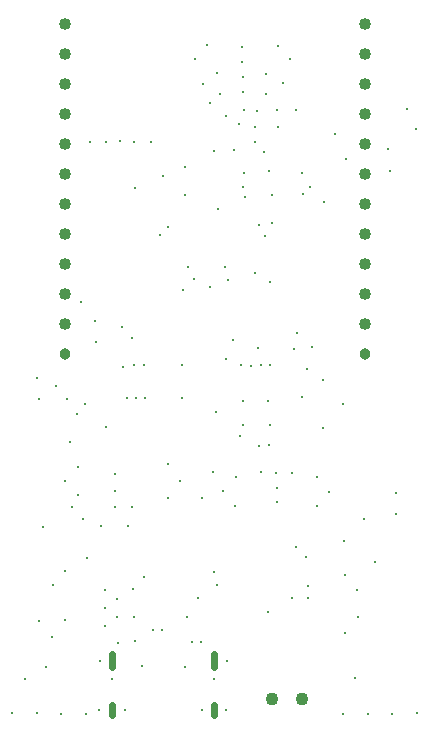
<source format=gbr>
%TF.GenerationSoftware,KiCad,Pcbnew,9.0.0*%
%TF.CreationDate,2025-04-24T13:44:51+03:00*%
%TF.ProjectId,ESP32_BOARD,45535033-325f-4424-9f41-52442e6b6963,1.0*%
%TF.SameCoordinates,Original*%
%TF.FileFunction,Plated,1,4,PTH,Mixed*%
%TF.FilePolarity,Positive*%
%FSLAX46Y46*%
G04 Gerber Fmt 4.6, Leading zero omitted, Abs format (unit mm)*
G04 Created by KiCad (PCBNEW 9.0.0) date 2025-04-24 13:44:51*
%MOMM*%
%LPD*%
G01*
G04 APERTURE LIST*
%TA.AperFunction,ViaDrill*%
%ADD10C,0.300000*%
%TD*%
G04 aperture for slot hole*
%TA.AperFunction,ComponentDrill*%
%ADD11C,0.600000*%
%TD*%
%TA.AperFunction,ComponentDrill*%
%ADD12C,0.965200*%
%TD*%
%TA.AperFunction,ComponentDrill*%
%ADD13C,1.016000*%
%TD*%
%TA.AperFunction,ComponentDrill*%
%ADD14C,1.100000*%
%TD*%
G04 APERTURE END LIST*
D10*
X78270000Y-153070000D03*
X79330000Y-150140000D03*
X80370000Y-153070000D03*
X80413000Y-124650000D03*
X80520000Y-126440000D03*
X80550000Y-145220000D03*
X80930000Y-137280000D03*
X81110000Y-149140000D03*
X81660000Y-146600000D03*
X81710000Y-142190000D03*
X82000000Y-125380000D03*
X82430000Y-153080000D03*
X82739822Y-145203186D03*
X82740000Y-141010000D03*
X82790000Y-133390000D03*
X82930000Y-126430000D03*
X83190000Y-130060000D03*
X83350000Y-135600000D03*
X83800000Y-127760000D03*
X83895000Y-132210000D03*
X83895000Y-134615000D03*
X84150000Y-118200000D03*
X84300000Y-136580000D03*
X84482248Y-126850000D03*
X84530000Y-153080000D03*
X84630000Y-139880000D03*
X84900000Y-104650000D03*
X85320000Y-119840000D03*
X85360000Y-121650000D03*
X85670000Y-152800000D03*
X85746952Y-148623423D03*
X85800000Y-137200000D03*
X86150000Y-142650000D03*
X86150000Y-144150000D03*
X86150000Y-145650000D03*
X86203677Y-128864353D03*
X86220000Y-104650000D03*
X86761449Y-150183816D03*
X87000000Y-132800000D03*
X87000000Y-134200000D03*
X87000000Y-135600000D03*
X87150000Y-143400000D03*
X87150000Y-144900000D03*
X87250000Y-147120000D03*
X87418173Y-104634684D03*
X87550000Y-120350000D03*
X87700000Y-123730000D03*
X87810000Y-152800000D03*
X87970000Y-126360000D03*
X88100000Y-137200000D03*
X88400000Y-135600000D03*
X88420000Y-121270000D03*
X88550000Y-142570000D03*
X88570000Y-123590000D03*
X88590000Y-144930000D03*
X88595000Y-104665000D03*
X88660000Y-108620000D03*
X88700000Y-146900000D03*
X88740000Y-126350000D03*
X89237430Y-149070000D03*
X89410000Y-123550000D03*
X89480000Y-141560000D03*
X89540000Y-126330000D03*
X90080000Y-104700000D03*
X90220000Y-146000000D03*
X90760000Y-112590000D03*
X91000000Y-146000000D03*
X91058548Y-107542834D03*
X91440000Y-111870000D03*
X91450000Y-131980000D03*
X91450000Y-134830000D03*
X92520000Y-133420000D03*
X92650000Y-123590000D03*
X92650000Y-126330000D03*
X92770000Y-117250000D03*
X92880000Y-106830000D03*
X92880000Y-109170000D03*
X92890000Y-149100000D03*
X93080059Y-144917176D03*
X93150000Y-115240000D03*
X93480000Y-147050000D03*
X93670000Y-116260000D03*
X93774936Y-97703487D03*
X94002000Y-143300000D03*
X94280000Y-147050000D03*
X94359949Y-134812882D03*
X94396711Y-152805029D03*
X94450000Y-99740000D03*
X94751485Y-96518566D03*
X95010000Y-116980000D03*
X95026811Y-101367896D03*
X95250000Y-132610000D03*
X95350000Y-105460000D03*
X95400000Y-141100000D03*
X95408047Y-150169425D03*
X95560000Y-127560000D03*
X95595621Y-142224606D03*
X95660000Y-98840000D03*
X95750000Y-110330000D03*
X95841085Y-100642934D03*
X96170000Y-134280000D03*
X96300000Y-115240000D03*
X96360000Y-102530000D03*
X96360000Y-123090000D03*
X96380617Y-152800735D03*
X96437497Y-148622823D03*
X96600000Y-116400000D03*
X96950000Y-121490000D03*
X97040000Y-105350000D03*
X97190000Y-135500000D03*
X97200000Y-133080000D03*
X97510000Y-103170000D03*
X97570000Y-129600000D03*
X97650000Y-123610000D03*
X97770000Y-96640000D03*
X97780000Y-97910000D03*
X97800000Y-126660000D03*
X97800000Y-128630000D03*
X97830000Y-100420000D03*
X97840000Y-99150000D03*
X97850000Y-108510000D03*
X97880000Y-101990000D03*
X97930493Y-107334146D03*
X97990000Y-109330000D03*
X98520000Y-123640000D03*
X98810000Y-115760000D03*
X98850000Y-104670000D03*
X98860000Y-103420000D03*
X99040000Y-102100000D03*
X99130000Y-122170000D03*
X99160000Y-111740000D03*
X99170000Y-130430000D03*
X99329997Y-123610000D03*
X99350000Y-132660000D03*
X99630000Y-105520000D03*
X99710000Y-112630000D03*
X99760000Y-98950000D03*
X99810000Y-100610000D03*
X99920464Y-126635409D03*
X99954827Y-144463398D03*
X100070000Y-107180000D03*
X100070000Y-130350000D03*
X100080000Y-123610000D03*
X100080000Y-128620000D03*
X100110000Y-116530000D03*
X100260000Y-109160000D03*
X100260000Y-111550000D03*
X100650000Y-132710000D03*
X100680000Y-133970000D03*
X100690000Y-135170000D03*
X100750000Y-101970000D03*
X100770000Y-103440000D03*
X100800000Y-96530000D03*
X101240000Y-99720000D03*
X101770000Y-97700000D03*
X101970000Y-132680000D03*
X102000000Y-143300000D03*
X102160000Y-122210000D03*
X102287649Y-101978120D03*
X102300000Y-138950000D03*
X102410000Y-120850000D03*
X102800000Y-126320000D03*
X102810000Y-107300000D03*
X102870000Y-109060000D03*
X103190000Y-139800000D03*
X103261732Y-123930879D03*
X103300000Y-142300000D03*
X103300000Y-143300000D03*
X103510000Y-108460000D03*
X103640000Y-122040000D03*
X104080000Y-135520000D03*
X104100000Y-133050000D03*
X104585917Y-128890870D03*
X104600000Y-124850000D03*
X104710000Y-109760000D03*
X105150000Y-134290000D03*
X105576923Y-103978469D03*
X106286407Y-126842552D03*
X106290000Y-153080000D03*
X106420000Y-138470000D03*
X106460000Y-146250000D03*
X106470000Y-141340000D03*
X106550000Y-106100000D03*
X107330000Y-150050000D03*
X107490000Y-142600000D03*
X107530000Y-144900000D03*
X108095274Y-136632129D03*
X108390000Y-153080000D03*
X108980000Y-140230000D03*
X110120000Y-105290000D03*
X110280000Y-107110000D03*
X110450000Y-153080000D03*
X110770000Y-134430000D03*
X110770000Y-136220000D03*
X111680000Y-101860000D03*
X112490000Y-103620000D03*
X112520000Y-153070000D03*
D11*
%TO.C,ST2*%
X86760000Y-148070000D02*
X86760000Y-149170000D01*
X86760000Y-152400000D02*
X86760000Y-153200000D01*
X95400000Y-148070000D02*
X95400000Y-149170000D01*
X95400000Y-152400000D02*
X95400000Y-153200000D01*
D12*
%TO.C,ST4*%
X82719900Y-122610000D03*
%TO.C,ST5*%
X108119900Y-122610000D03*
D13*
%TO.C,ST4*%
X82719900Y-94670000D03*
X82719900Y-97210000D03*
X82719900Y-99750000D03*
X82719900Y-102290000D03*
X82719900Y-104830000D03*
X82719900Y-107370000D03*
X82719900Y-109910000D03*
X82719900Y-112450000D03*
X82719900Y-114990000D03*
X82719900Y-117530000D03*
X82719900Y-120070000D03*
%TO.C,ST5*%
X108119900Y-94670000D03*
X108119900Y-97210000D03*
X108119900Y-99750000D03*
X108119900Y-102290000D03*
X108119900Y-104830000D03*
X108119900Y-107370000D03*
X108119900Y-109910000D03*
X108119900Y-112450000D03*
X108119900Y-114990000D03*
X108119900Y-117530000D03*
X108119900Y-120070000D03*
D14*
%TO.C,ST1*%
X100320000Y-151820000D03*
X102820000Y-151820000D03*
M02*

</source>
